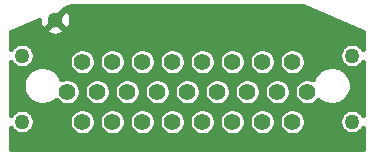
<source format=gbr>
%TF.GenerationSoftware,KiCad,Pcbnew,(5.1.10)-1*%
%TF.CreationDate,2021-10-08T16:04:22-07:00*%
%TF.ProjectId,Dsub_Bondpad_1Layer,44737562-5f42-46f6-9e64-7061645f314c,1*%
%TF.SameCoordinates,Original*%
%TF.FileFunction,Copper,L2,Bot*%
%TF.FilePolarity,Positive*%
%FSLAX46Y46*%
G04 Gerber Fmt 4.6, Leading zero omitted, Abs format (unit mm)*
G04 Created by KiCad (PCBNEW (5.1.10)-1) date 2021-10-08 16:04:22*
%MOMM*%
%LPD*%
G01*
G04 APERTURE LIST*
%TA.AperFunction,ComponentPad*%
%ADD10C,1.300000*%
%TD*%
%TA.AperFunction,ComponentPad*%
%ADD11C,1.397000*%
%TD*%
%TA.AperFunction,ViaPad*%
%ADD12C,1.270000*%
%TD*%
%TA.AperFunction,Conductor*%
%ADD13C,0.381000*%
%TD*%
%TA.AperFunction,Conductor*%
%ADD14C,0.100000*%
%TD*%
G04 APERTURE END LIST*
D10*
%TO.P,TP1,1*%
%TO.N,GND*%
X134874000Y-125476000D03*
%TD*%
D11*
%TO.P,J1,2*%
%TO.N,Net-(J1-Pad2)*%
X137160000Y-134112000D03*
%TO.P,J1,3*%
%TO.N,Net-(J1-Pad3)*%
X139700000Y-134112000D03*
%TO.P,J1,4*%
%TO.N,Net-(J1-Pad4)*%
X142240000Y-134112000D03*
%TO.P,J1,6*%
%TO.N,Net-(J1-Pad6)*%
X144780000Y-134112000D03*
%TO.P,J1,8*%
%TO.N,Net-(J1-Pad8)*%
X147320000Y-134112000D03*
%TO.P,J1,10*%
%TO.N,Net-(J1-Pad10)*%
X149860000Y-134112000D03*
%TO.P,J1,11*%
%TO.N,Net-(J1-Pad11)*%
X152400000Y-134112000D03*
%TO.P,J1,12*%
%TO.N,Net-(J1-Pad12)*%
X154940000Y-134112000D03*
%TO.P,J1,1*%
%TO.N,Net-(J1-Pad1)*%
X135890000Y-131572000D03*
%TO.P,J1,15*%
%TO.N,Net-(J1-Pad15)*%
X138430000Y-131572000D03*
%TO.P,J1,17*%
%TO.N,Net-(J1-Pad17)*%
X140970000Y-131572000D03*
%TO.P,J1,5*%
%TO.N,Net-(J1-Pad5)*%
X143510000Y-131572000D03*
%TO.P,J1,7*%
%TO.N,Net-(J1-Pad7)*%
X146050000Y-131572000D03*
%TO.P,J1,9*%
%TO.N,Net-(J1-Pad9)*%
X148590000Y-131572000D03*
%TO.P,J1,22*%
%TO.N,Net-(J1-Pad22)*%
X151130000Y-131572000D03*
%TO.P,J1,24*%
%TO.N,Net-(J1-Pad24)*%
X153670000Y-131572000D03*
%TO.P,J1,13*%
%TO.N,Net-(J1-Pad13)*%
X156210000Y-131572000D03*
%TO.P,J1,14*%
%TO.N,Net-(J1-Pad14)*%
X137160000Y-129032000D03*
%TO.P,J1,16*%
%TO.N,Net-(J1-Pad16)*%
X139700000Y-129032000D03*
%TO.P,J1,18*%
%TO.N,Net-(J1-Pad18)*%
X142240000Y-129032000D03*
%TO.P,J1,19*%
%TO.N,Net-(J1-Pad19)*%
X144780000Y-129032000D03*
%TO.P,J1,20*%
%TO.N,Net-(J1-Pad20)*%
X147320000Y-129032000D03*
%TO.P,J1,21*%
%TO.N,Net-(J1-Pad21)*%
X149860000Y-129032000D03*
%TO.P,J1,23*%
%TO.N,Net-(J1-Pad23)*%
X152400000Y-129032000D03*
%TO.P,J1,25*%
%TO.N,Net-(J1-Pad25)*%
X154940000Y-129032000D03*
%TD*%
D12*
%TO.N,*%
X132080000Y-134112000D03*
X160020000Y-134112000D03*
X160020000Y-128524000D03*
X132080000Y-128524000D03*
%TD*%
D13*
%TO.N,GND*%
X160947500Y-126543837D02*
X160947500Y-127969054D01*
X160858502Y-127835859D01*
X160708141Y-127685498D01*
X160531335Y-127567360D01*
X160334878Y-127485985D01*
X160126321Y-127444500D01*
X159913679Y-127444500D01*
X159705122Y-127485985D01*
X159508665Y-127567360D01*
X159331859Y-127685498D01*
X159181498Y-127835859D01*
X159063360Y-128012665D01*
X158981985Y-128209122D01*
X158940500Y-128417679D01*
X158940500Y-128630321D01*
X158981985Y-128838878D01*
X159063360Y-129035335D01*
X159181498Y-129212141D01*
X159331859Y-129362502D01*
X159508665Y-129480640D01*
X159705122Y-129562015D01*
X159913679Y-129603500D01*
X160126321Y-129603500D01*
X160334878Y-129562015D01*
X160531335Y-129480640D01*
X160708141Y-129362502D01*
X160858502Y-129212141D01*
X160947500Y-129078946D01*
X160947501Y-133557055D01*
X160858502Y-133423859D01*
X160708141Y-133273498D01*
X160531335Y-133155360D01*
X160334878Y-133073985D01*
X160126321Y-133032500D01*
X159913679Y-133032500D01*
X159705122Y-133073985D01*
X159508665Y-133155360D01*
X159331859Y-133273498D01*
X159181498Y-133423859D01*
X159063360Y-133600665D01*
X158981985Y-133797122D01*
X158940500Y-134005679D01*
X158940500Y-134218321D01*
X158981985Y-134426878D01*
X159063360Y-134623335D01*
X159181498Y-134800141D01*
X159331859Y-134950502D01*
X159508665Y-135068640D01*
X159705122Y-135150015D01*
X159913679Y-135191500D01*
X160126321Y-135191500D01*
X160334878Y-135150015D01*
X160531335Y-135068640D01*
X160708141Y-134950502D01*
X160858502Y-134800141D01*
X160947501Y-134666945D01*
X160947501Y-136436500D01*
X131152500Y-136436500D01*
X131152500Y-134666946D01*
X131241498Y-134800141D01*
X131391859Y-134950502D01*
X131568665Y-135068640D01*
X131765122Y-135150015D01*
X131973679Y-135191500D01*
X132186321Y-135191500D01*
X132394878Y-135150015D01*
X132591335Y-135068640D01*
X132768141Y-134950502D01*
X132918502Y-134800141D01*
X133036640Y-134623335D01*
X133118015Y-134426878D01*
X133159500Y-134218321D01*
X133159500Y-134005679D01*
X133158256Y-133999424D01*
X136017000Y-133999424D01*
X136017000Y-134224576D01*
X136060925Y-134445401D01*
X136147087Y-134653413D01*
X136272174Y-134840620D01*
X136431380Y-134999826D01*
X136618587Y-135124913D01*
X136826599Y-135211075D01*
X137047424Y-135255000D01*
X137272576Y-135255000D01*
X137493401Y-135211075D01*
X137701413Y-135124913D01*
X137888620Y-134999826D01*
X138047826Y-134840620D01*
X138172913Y-134653413D01*
X138259075Y-134445401D01*
X138303000Y-134224576D01*
X138303000Y-133999424D01*
X138557000Y-133999424D01*
X138557000Y-134224576D01*
X138600925Y-134445401D01*
X138687087Y-134653413D01*
X138812174Y-134840620D01*
X138971380Y-134999826D01*
X139158587Y-135124913D01*
X139366599Y-135211075D01*
X139587424Y-135255000D01*
X139812576Y-135255000D01*
X140033401Y-135211075D01*
X140241413Y-135124913D01*
X140428620Y-134999826D01*
X140587826Y-134840620D01*
X140712913Y-134653413D01*
X140799075Y-134445401D01*
X140843000Y-134224576D01*
X140843000Y-133999424D01*
X141097000Y-133999424D01*
X141097000Y-134224576D01*
X141140925Y-134445401D01*
X141227087Y-134653413D01*
X141352174Y-134840620D01*
X141511380Y-134999826D01*
X141698587Y-135124913D01*
X141906599Y-135211075D01*
X142127424Y-135255000D01*
X142352576Y-135255000D01*
X142573401Y-135211075D01*
X142781413Y-135124913D01*
X142968620Y-134999826D01*
X143127826Y-134840620D01*
X143252913Y-134653413D01*
X143339075Y-134445401D01*
X143383000Y-134224576D01*
X143383000Y-133999424D01*
X143637000Y-133999424D01*
X143637000Y-134224576D01*
X143680925Y-134445401D01*
X143767087Y-134653413D01*
X143892174Y-134840620D01*
X144051380Y-134999826D01*
X144238587Y-135124913D01*
X144446599Y-135211075D01*
X144667424Y-135255000D01*
X144892576Y-135255000D01*
X145113401Y-135211075D01*
X145321413Y-135124913D01*
X145508620Y-134999826D01*
X145667826Y-134840620D01*
X145792913Y-134653413D01*
X145879075Y-134445401D01*
X145923000Y-134224576D01*
X145923000Y-133999424D01*
X146177000Y-133999424D01*
X146177000Y-134224576D01*
X146220925Y-134445401D01*
X146307087Y-134653413D01*
X146432174Y-134840620D01*
X146591380Y-134999826D01*
X146778587Y-135124913D01*
X146986599Y-135211075D01*
X147207424Y-135255000D01*
X147432576Y-135255000D01*
X147653401Y-135211075D01*
X147861413Y-135124913D01*
X148048620Y-134999826D01*
X148207826Y-134840620D01*
X148332913Y-134653413D01*
X148419075Y-134445401D01*
X148463000Y-134224576D01*
X148463000Y-133999424D01*
X148717000Y-133999424D01*
X148717000Y-134224576D01*
X148760925Y-134445401D01*
X148847087Y-134653413D01*
X148972174Y-134840620D01*
X149131380Y-134999826D01*
X149318587Y-135124913D01*
X149526599Y-135211075D01*
X149747424Y-135255000D01*
X149972576Y-135255000D01*
X150193401Y-135211075D01*
X150401413Y-135124913D01*
X150588620Y-134999826D01*
X150747826Y-134840620D01*
X150872913Y-134653413D01*
X150959075Y-134445401D01*
X151003000Y-134224576D01*
X151003000Y-133999424D01*
X151257000Y-133999424D01*
X151257000Y-134224576D01*
X151300925Y-134445401D01*
X151387087Y-134653413D01*
X151512174Y-134840620D01*
X151671380Y-134999826D01*
X151858587Y-135124913D01*
X152066599Y-135211075D01*
X152287424Y-135255000D01*
X152512576Y-135255000D01*
X152733401Y-135211075D01*
X152941413Y-135124913D01*
X153128620Y-134999826D01*
X153287826Y-134840620D01*
X153412913Y-134653413D01*
X153499075Y-134445401D01*
X153543000Y-134224576D01*
X153543000Y-133999424D01*
X153797000Y-133999424D01*
X153797000Y-134224576D01*
X153840925Y-134445401D01*
X153927087Y-134653413D01*
X154052174Y-134840620D01*
X154211380Y-134999826D01*
X154398587Y-135124913D01*
X154606599Y-135211075D01*
X154827424Y-135255000D01*
X155052576Y-135255000D01*
X155273401Y-135211075D01*
X155481413Y-135124913D01*
X155668620Y-134999826D01*
X155827826Y-134840620D01*
X155952913Y-134653413D01*
X156039075Y-134445401D01*
X156083000Y-134224576D01*
X156083000Y-133999424D01*
X156039075Y-133778599D01*
X155952913Y-133570587D01*
X155827826Y-133383380D01*
X155668620Y-133224174D01*
X155481413Y-133099087D01*
X155273401Y-133012925D01*
X155052576Y-132969000D01*
X154827424Y-132969000D01*
X154606599Y-133012925D01*
X154398587Y-133099087D01*
X154211380Y-133224174D01*
X154052174Y-133383380D01*
X153927087Y-133570587D01*
X153840925Y-133778599D01*
X153797000Y-133999424D01*
X153543000Y-133999424D01*
X153499075Y-133778599D01*
X153412913Y-133570587D01*
X153287826Y-133383380D01*
X153128620Y-133224174D01*
X152941413Y-133099087D01*
X152733401Y-133012925D01*
X152512576Y-132969000D01*
X152287424Y-132969000D01*
X152066599Y-133012925D01*
X151858587Y-133099087D01*
X151671380Y-133224174D01*
X151512174Y-133383380D01*
X151387087Y-133570587D01*
X151300925Y-133778599D01*
X151257000Y-133999424D01*
X151003000Y-133999424D01*
X150959075Y-133778599D01*
X150872913Y-133570587D01*
X150747826Y-133383380D01*
X150588620Y-133224174D01*
X150401413Y-133099087D01*
X150193401Y-133012925D01*
X149972576Y-132969000D01*
X149747424Y-132969000D01*
X149526599Y-133012925D01*
X149318587Y-133099087D01*
X149131380Y-133224174D01*
X148972174Y-133383380D01*
X148847087Y-133570587D01*
X148760925Y-133778599D01*
X148717000Y-133999424D01*
X148463000Y-133999424D01*
X148419075Y-133778599D01*
X148332913Y-133570587D01*
X148207826Y-133383380D01*
X148048620Y-133224174D01*
X147861413Y-133099087D01*
X147653401Y-133012925D01*
X147432576Y-132969000D01*
X147207424Y-132969000D01*
X146986599Y-133012925D01*
X146778587Y-133099087D01*
X146591380Y-133224174D01*
X146432174Y-133383380D01*
X146307087Y-133570587D01*
X146220925Y-133778599D01*
X146177000Y-133999424D01*
X145923000Y-133999424D01*
X145879075Y-133778599D01*
X145792913Y-133570587D01*
X145667826Y-133383380D01*
X145508620Y-133224174D01*
X145321413Y-133099087D01*
X145113401Y-133012925D01*
X144892576Y-132969000D01*
X144667424Y-132969000D01*
X144446599Y-133012925D01*
X144238587Y-133099087D01*
X144051380Y-133224174D01*
X143892174Y-133383380D01*
X143767087Y-133570587D01*
X143680925Y-133778599D01*
X143637000Y-133999424D01*
X143383000Y-133999424D01*
X143339075Y-133778599D01*
X143252913Y-133570587D01*
X143127826Y-133383380D01*
X142968620Y-133224174D01*
X142781413Y-133099087D01*
X142573401Y-133012925D01*
X142352576Y-132969000D01*
X142127424Y-132969000D01*
X141906599Y-133012925D01*
X141698587Y-133099087D01*
X141511380Y-133224174D01*
X141352174Y-133383380D01*
X141227087Y-133570587D01*
X141140925Y-133778599D01*
X141097000Y-133999424D01*
X140843000Y-133999424D01*
X140799075Y-133778599D01*
X140712913Y-133570587D01*
X140587826Y-133383380D01*
X140428620Y-133224174D01*
X140241413Y-133099087D01*
X140033401Y-133012925D01*
X139812576Y-132969000D01*
X139587424Y-132969000D01*
X139366599Y-133012925D01*
X139158587Y-133099087D01*
X138971380Y-133224174D01*
X138812174Y-133383380D01*
X138687087Y-133570587D01*
X138600925Y-133778599D01*
X138557000Y-133999424D01*
X138303000Y-133999424D01*
X138259075Y-133778599D01*
X138172913Y-133570587D01*
X138047826Y-133383380D01*
X137888620Y-133224174D01*
X137701413Y-133099087D01*
X137493401Y-133012925D01*
X137272576Y-132969000D01*
X137047424Y-132969000D01*
X136826599Y-133012925D01*
X136618587Y-133099087D01*
X136431380Y-133224174D01*
X136272174Y-133383380D01*
X136147087Y-133570587D01*
X136060925Y-133778599D01*
X136017000Y-133999424D01*
X133158256Y-133999424D01*
X133118015Y-133797122D01*
X133036640Y-133600665D01*
X132918502Y-133423859D01*
X132768141Y-133273498D01*
X132591335Y-133155360D01*
X132394878Y-133073985D01*
X132186321Y-133032500D01*
X131973679Y-133032500D01*
X131765122Y-133073985D01*
X131568665Y-133155360D01*
X131391859Y-133273498D01*
X131241498Y-133423859D01*
X131152500Y-133557054D01*
X131152500Y-130900140D01*
X132130800Y-130900140D01*
X132130800Y-131227860D01*
X132194735Y-131549283D01*
X132320148Y-131852057D01*
X132502220Y-132124547D01*
X132733953Y-132356280D01*
X133006443Y-132538352D01*
X133309217Y-132663765D01*
X133630640Y-132727700D01*
X133958360Y-132727700D01*
X134279783Y-132663765D01*
X134582557Y-132538352D01*
X134855047Y-132356280D01*
X134965538Y-132245789D01*
X135002174Y-132300620D01*
X135161380Y-132459826D01*
X135348587Y-132584913D01*
X135556599Y-132671075D01*
X135777424Y-132715000D01*
X136002576Y-132715000D01*
X136223401Y-132671075D01*
X136431413Y-132584913D01*
X136618620Y-132459826D01*
X136777826Y-132300620D01*
X136902913Y-132113413D01*
X136989075Y-131905401D01*
X137033000Y-131684576D01*
X137033000Y-131459424D01*
X137287000Y-131459424D01*
X137287000Y-131684576D01*
X137330925Y-131905401D01*
X137417087Y-132113413D01*
X137542174Y-132300620D01*
X137701380Y-132459826D01*
X137888587Y-132584913D01*
X138096599Y-132671075D01*
X138317424Y-132715000D01*
X138542576Y-132715000D01*
X138763401Y-132671075D01*
X138971413Y-132584913D01*
X139158620Y-132459826D01*
X139317826Y-132300620D01*
X139442913Y-132113413D01*
X139529075Y-131905401D01*
X139573000Y-131684576D01*
X139573000Y-131459424D01*
X139827000Y-131459424D01*
X139827000Y-131684576D01*
X139870925Y-131905401D01*
X139957087Y-132113413D01*
X140082174Y-132300620D01*
X140241380Y-132459826D01*
X140428587Y-132584913D01*
X140636599Y-132671075D01*
X140857424Y-132715000D01*
X141082576Y-132715000D01*
X141303401Y-132671075D01*
X141511413Y-132584913D01*
X141698620Y-132459826D01*
X141857826Y-132300620D01*
X141982913Y-132113413D01*
X142069075Y-131905401D01*
X142113000Y-131684576D01*
X142113000Y-131459424D01*
X142367000Y-131459424D01*
X142367000Y-131684576D01*
X142410925Y-131905401D01*
X142497087Y-132113413D01*
X142622174Y-132300620D01*
X142781380Y-132459826D01*
X142968587Y-132584913D01*
X143176599Y-132671075D01*
X143397424Y-132715000D01*
X143622576Y-132715000D01*
X143843401Y-132671075D01*
X144051413Y-132584913D01*
X144238620Y-132459826D01*
X144397826Y-132300620D01*
X144522913Y-132113413D01*
X144609075Y-131905401D01*
X144653000Y-131684576D01*
X144653000Y-131459424D01*
X144907000Y-131459424D01*
X144907000Y-131684576D01*
X144950925Y-131905401D01*
X145037087Y-132113413D01*
X145162174Y-132300620D01*
X145321380Y-132459826D01*
X145508587Y-132584913D01*
X145716599Y-132671075D01*
X145937424Y-132715000D01*
X146162576Y-132715000D01*
X146383401Y-132671075D01*
X146591413Y-132584913D01*
X146778620Y-132459826D01*
X146937826Y-132300620D01*
X147062913Y-132113413D01*
X147149075Y-131905401D01*
X147193000Y-131684576D01*
X147193000Y-131459424D01*
X147447000Y-131459424D01*
X147447000Y-131684576D01*
X147490925Y-131905401D01*
X147577087Y-132113413D01*
X147702174Y-132300620D01*
X147861380Y-132459826D01*
X148048587Y-132584913D01*
X148256599Y-132671075D01*
X148477424Y-132715000D01*
X148702576Y-132715000D01*
X148923401Y-132671075D01*
X149131413Y-132584913D01*
X149318620Y-132459826D01*
X149477826Y-132300620D01*
X149602913Y-132113413D01*
X149689075Y-131905401D01*
X149733000Y-131684576D01*
X149733000Y-131459424D01*
X149987000Y-131459424D01*
X149987000Y-131684576D01*
X150030925Y-131905401D01*
X150117087Y-132113413D01*
X150242174Y-132300620D01*
X150401380Y-132459826D01*
X150588587Y-132584913D01*
X150796599Y-132671075D01*
X151017424Y-132715000D01*
X151242576Y-132715000D01*
X151463401Y-132671075D01*
X151671413Y-132584913D01*
X151858620Y-132459826D01*
X152017826Y-132300620D01*
X152142913Y-132113413D01*
X152229075Y-131905401D01*
X152273000Y-131684576D01*
X152273000Y-131459424D01*
X152527000Y-131459424D01*
X152527000Y-131684576D01*
X152570925Y-131905401D01*
X152657087Y-132113413D01*
X152782174Y-132300620D01*
X152941380Y-132459826D01*
X153128587Y-132584913D01*
X153336599Y-132671075D01*
X153557424Y-132715000D01*
X153782576Y-132715000D01*
X154003401Y-132671075D01*
X154211413Y-132584913D01*
X154398620Y-132459826D01*
X154557826Y-132300620D01*
X154682913Y-132113413D01*
X154769075Y-131905401D01*
X154813000Y-131684576D01*
X154813000Y-131459424D01*
X155067000Y-131459424D01*
X155067000Y-131684576D01*
X155110925Y-131905401D01*
X155197087Y-132113413D01*
X155322174Y-132300620D01*
X155481380Y-132459826D01*
X155668587Y-132584913D01*
X155876599Y-132671075D01*
X156097424Y-132715000D01*
X156322576Y-132715000D01*
X156543401Y-132671075D01*
X156751413Y-132584913D01*
X156938620Y-132459826D01*
X157097826Y-132300620D01*
X157134462Y-132245789D01*
X157244953Y-132356280D01*
X157517443Y-132538352D01*
X157820217Y-132663765D01*
X158141640Y-132727700D01*
X158469360Y-132727700D01*
X158790783Y-132663765D01*
X159093557Y-132538352D01*
X159366047Y-132356280D01*
X159597780Y-132124547D01*
X159779852Y-131852057D01*
X159905265Y-131549283D01*
X159969200Y-131227860D01*
X159969200Y-130900140D01*
X159905265Y-130578717D01*
X159779852Y-130275943D01*
X159597780Y-130003453D01*
X159366047Y-129771720D01*
X159093557Y-129589648D01*
X158790783Y-129464235D01*
X158469360Y-129400300D01*
X158141640Y-129400300D01*
X157820217Y-129464235D01*
X157517443Y-129589648D01*
X157244953Y-129771720D01*
X157013220Y-130003453D01*
X156831148Y-130275943D01*
X156719365Y-130545812D01*
X156543401Y-130472925D01*
X156322576Y-130429000D01*
X156097424Y-130429000D01*
X155876599Y-130472925D01*
X155668587Y-130559087D01*
X155481380Y-130684174D01*
X155322174Y-130843380D01*
X155197087Y-131030587D01*
X155110925Y-131238599D01*
X155067000Y-131459424D01*
X154813000Y-131459424D01*
X154769075Y-131238599D01*
X154682913Y-131030587D01*
X154557826Y-130843380D01*
X154398620Y-130684174D01*
X154211413Y-130559087D01*
X154003401Y-130472925D01*
X153782576Y-130429000D01*
X153557424Y-130429000D01*
X153336599Y-130472925D01*
X153128587Y-130559087D01*
X152941380Y-130684174D01*
X152782174Y-130843380D01*
X152657087Y-131030587D01*
X152570925Y-131238599D01*
X152527000Y-131459424D01*
X152273000Y-131459424D01*
X152229075Y-131238599D01*
X152142913Y-131030587D01*
X152017826Y-130843380D01*
X151858620Y-130684174D01*
X151671413Y-130559087D01*
X151463401Y-130472925D01*
X151242576Y-130429000D01*
X151017424Y-130429000D01*
X150796599Y-130472925D01*
X150588587Y-130559087D01*
X150401380Y-130684174D01*
X150242174Y-130843380D01*
X150117087Y-131030587D01*
X150030925Y-131238599D01*
X149987000Y-131459424D01*
X149733000Y-131459424D01*
X149689075Y-131238599D01*
X149602913Y-131030587D01*
X149477826Y-130843380D01*
X149318620Y-130684174D01*
X149131413Y-130559087D01*
X148923401Y-130472925D01*
X148702576Y-130429000D01*
X148477424Y-130429000D01*
X148256599Y-130472925D01*
X148048587Y-130559087D01*
X147861380Y-130684174D01*
X147702174Y-130843380D01*
X147577087Y-131030587D01*
X147490925Y-131238599D01*
X147447000Y-131459424D01*
X147193000Y-131459424D01*
X147149075Y-131238599D01*
X147062913Y-131030587D01*
X146937826Y-130843380D01*
X146778620Y-130684174D01*
X146591413Y-130559087D01*
X146383401Y-130472925D01*
X146162576Y-130429000D01*
X145937424Y-130429000D01*
X145716599Y-130472925D01*
X145508587Y-130559087D01*
X145321380Y-130684174D01*
X145162174Y-130843380D01*
X145037087Y-131030587D01*
X144950925Y-131238599D01*
X144907000Y-131459424D01*
X144653000Y-131459424D01*
X144609075Y-131238599D01*
X144522913Y-131030587D01*
X144397826Y-130843380D01*
X144238620Y-130684174D01*
X144051413Y-130559087D01*
X143843401Y-130472925D01*
X143622576Y-130429000D01*
X143397424Y-130429000D01*
X143176599Y-130472925D01*
X142968587Y-130559087D01*
X142781380Y-130684174D01*
X142622174Y-130843380D01*
X142497087Y-131030587D01*
X142410925Y-131238599D01*
X142367000Y-131459424D01*
X142113000Y-131459424D01*
X142069075Y-131238599D01*
X141982913Y-131030587D01*
X141857826Y-130843380D01*
X141698620Y-130684174D01*
X141511413Y-130559087D01*
X141303401Y-130472925D01*
X141082576Y-130429000D01*
X140857424Y-130429000D01*
X140636599Y-130472925D01*
X140428587Y-130559087D01*
X140241380Y-130684174D01*
X140082174Y-130843380D01*
X139957087Y-131030587D01*
X139870925Y-131238599D01*
X139827000Y-131459424D01*
X139573000Y-131459424D01*
X139529075Y-131238599D01*
X139442913Y-131030587D01*
X139317826Y-130843380D01*
X139158620Y-130684174D01*
X138971413Y-130559087D01*
X138763401Y-130472925D01*
X138542576Y-130429000D01*
X138317424Y-130429000D01*
X138096599Y-130472925D01*
X137888587Y-130559087D01*
X137701380Y-130684174D01*
X137542174Y-130843380D01*
X137417087Y-131030587D01*
X137330925Y-131238599D01*
X137287000Y-131459424D01*
X137033000Y-131459424D01*
X136989075Y-131238599D01*
X136902913Y-131030587D01*
X136777826Y-130843380D01*
X136618620Y-130684174D01*
X136431413Y-130559087D01*
X136223401Y-130472925D01*
X136002576Y-130429000D01*
X135777424Y-130429000D01*
X135556599Y-130472925D01*
X135380635Y-130545812D01*
X135268852Y-130275943D01*
X135086780Y-130003453D01*
X134855047Y-129771720D01*
X134582557Y-129589648D01*
X134279783Y-129464235D01*
X133958360Y-129400300D01*
X133630640Y-129400300D01*
X133309217Y-129464235D01*
X133006443Y-129589648D01*
X132733953Y-129771720D01*
X132502220Y-130003453D01*
X132320148Y-130275943D01*
X132194735Y-130578717D01*
X132130800Y-130900140D01*
X131152500Y-130900140D01*
X131152500Y-129078946D01*
X131241498Y-129212141D01*
X131391859Y-129362502D01*
X131568665Y-129480640D01*
X131765122Y-129562015D01*
X131973679Y-129603500D01*
X132186321Y-129603500D01*
X132394878Y-129562015D01*
X132591335Y-129480640D01*
X132768141Y-129362502D01*
X132918502Y-129212141D01*
X133036640Y-129035335D01*
X133084651Y-128919424D01*
X136017000Y-128919424D01*
X136017000Y-129144576D01*
X136060925Y-129365401D01*
X136147087Y-129573413D01*
X136272174Y-129760620D01*
X136431380Y-129919826D01*
X136618587Y-130044913D01*
X136826599Y-130131075D01*
X137047424Y-130175000D01*
X137272576Y-130175000D01*
X137493401Y-130131075D01*
X137701413Y-130044913D01*
X137888620Y-129919826D01*
X138047826Y-129760620D01*
X138172913Y-129573413D01*
X138259075Y-129365401D01*
X138303000Y-129144576D01*
X138303000Y-128919424D01*
X138557000Y-128919424D01*
X138557000Y-129144576D01*
X138600925Y-129365401D01*
X138687087Y-129573413D01*
X138812174Y-129760620D01*
X138971380Y-129919826D01*
X139158587Y-130044913D01*
X139366599Y-130131075D01*
X139587424Y-130175000D01*
X139812576Y-130175000D01*
X140033401Y-130131075D01*
X140241413Y-130044913D01*
X140428620Y-129919826D01*
X140587826Y-129760620D01*
X140712913Y-129573413D01*
X140799075Y-129365401D01*
X140843000Y-129144576D01*
X140843000Y-128919424D01*
X141097000Y-128919424D01*
X141097000Y-129144576D01*
X141140925Y-129365401D01*
X141227087Y-129573413D01*
X141352174Y-129760620D01*
X141511380Y-129919826D01*
X141698587Y-130044913D01*
X141906599Y-130131075D01*
X142127424Y-130175000D01*
X142352576Y-130175000D01*
X142573401Y-130131075D01*
X142781413Y-130044913D01*
X142968620Y-129919826D01*
X143127826Y-129760620D01*
X143252913Y-129573413D01*
X143339075Y-129365401D01*
X143383000Y-129144576D01*
X143383000Y-128919424D01*
X143637000Y-128919424D01*
X143637000Y-129144576D01*
X143680925Y-129365401D01*
X143767087Y-129573413D01*
X143892174Y-129760620D01*
X144051380Y-129919826D01*
X144238587Y-130044913D01*
X144446599Y-130131075D01*
X144667424Y-130175000D01*
X144892576Y-130175000D01*
X145113401Y-130131075D01*
X145321413Y-130044913D01*
X145508620Y-129919826D01*
X145667826Y-129760620D01*
X145792913Y-129573413D01*
X145879075Y-129365401D01*
X145923000Y-129144576D01*
X145923000Y-128919424D01*
X146177000Y-128919424D01*
X146177000Y-129144576D01*
X146220925Y-129365401D01*
X146307087Y-129573413D01*
X146432174Y-129760620D01*
X146591380Y-129919826D01*
X146778587Y-130044913D01*
X146986599Y-130131075D01*
X147207424Y-130175000D01*
X147432576Y-130175000D01*
X147653401Y-130131075D01*
X147861413Y-130044913D01*
X148048620Y-129919826D01*
X148207826Y-129760620D01*
X148332913Y-129573413D01*
X148419075Y-129365401D01*
X148463000Y-129144576D01*
X148463000Y-128919424D01*
X148717000Y-128919424D01*
X148717000Y-129144576D01*
X148760925Y-129365401D01*
X148847087Y-129573413D01*
X148972174Y-129760620D01*
X149131380Y-129919826D01*
X149318587Y-130044913D01*
X149526599Y-130131075D01*
X149747424Y-130175000D01*
X149972576Y-130175000D01*
X150193401Y-130131075D01*
X150401413Y-130044913D01*
X150588620Y-129919826D01*
X150747826Y-129760620D01*
X150872913Y-129573413D01*
X150959075Y-129365401D01*
X151003000Y-129144576D01*
X151003000Y-128919424D01*
X151257000Y-128919424D01*
X151257000Y-129144576D01*
X151300925Y-129365401D01*
X151387087Y-129573413D01*
X151512174Y-129760620D01*
X151671380Y-129919826D01*
X151858587Y-130044913D01*
X152066599Y-130131075D01*
X152287424Y-130175000D01*
X152512576Y-130175000D01*
X152733401Y-130131075D01*
X152941413Y-130044913D01*
X153128620Y-129919826D01*
X153287826Y-129760620D01*
X153412913Y-129573413D01*
X153499075Y-129365401D01*
X153543000Y-129144576D01*
X153543000Y-128919424D01*
X153797000Y-128919424D01*
X153797000Y-129144576D01*
X153840925Y-129365401D01*
X153927087Y-129573413D01*
X154052174Y-129760620D01*
X154211380Y-129919826D01*
X154398587Y-130044913D01*
X154606599Y-130131075D01*
X154827424Y-130175000D01*
X155052576Y-130175000D01*
X155273401Y-130131075D01*
X155481413Y-130044913D01*
X155668620Y-129919826D01*
X155827826Y-129760620D01*
X155952913Y-129573413D01*
X156039075Y-129365401D01*
X156083000Y-129144576D01*
X156083000Y-128919424D01*
X156039075Y-128698599D01*
X155952913Y-128490587D01*
X155827826Y-128303380D01*
X155668620Y-128144174D01*
X155481413Y-128019087D01*
X155273401Y-127932925D01*
X155052576Y-127889000D01*
X154827424Y-127889000D01*
X154606599Y-127932925D01*
X154398587Y-128019087D01*
X154211380Y-128144174D01*
X154052174Y-128303380D01*
X153927087Y-128490587D01*
X153840925Y-128698599D01*
X153797000Y-128919424D01*
X153543000Y-128919424D01*
X153499075Y-128698599D01*
X153412913Y-128490587D01*
X153287826Y-128303380D01*
X153128620Y-128144174D01*
X152941413Y-128019087D01*
X152733401Y-127932925D01*
X152512576Y-127889000D01*
X152287424Y-127889000D01*
X152066599Y-127932925D01*
X151858587Y-128019087D01*
X151671380Y-128144174D01*
X151512174Y-128303380D01*
X151387087Y-128490587D01*
X151300925Y-128698599D01*
X151257000Y-128919424D01*
X151003000Y-128919424D01*
X150959075Y-128698599D01*
X150872913Y-128490587D01*
X150747826Y-128303380D01*
X150588620Y-128144174D01*
X150401413Y-128019087D01*
X150193401Y-127932925D01*
X149972576Y-127889000D01*
X149747424Y-127889000D01*
X149526599Y-127932925D01*
X149318587Y-128019087D01*
X149131380Y-128144174D01*
X148972174Y-128303380D01*
X148847087Y-128490587D01*
X148760925Y-128698599D01*
X148717000Y-128919424D01*
X148463000Y-128919424D01*
X148419075Y-128698599D01*
X148332913Y-128490587D01*
X148207826Y-128303380D01*
X148048620Y-128144174D01*
X147861413Y-128019087D01*
X147653401Y-127932925D01*
X147432576Y-127889000D01*
X147207424Y-127889000D01*
X146986599Y-127932925D01*
X146778587Y-128019087D01*
X146591380Y-128144174D01*
X146432174Y-128303380D01*
X146307087Y-128490587D01*
X146220925Y-128698599D01*
X146177000Y-128919424D01*
X145923000Y-128919424D01*
X145879075Y-128698599D01*
X145792913Y-128490587D01*
X145667826Y-128303380D01*
X145508620Y-128144174D01*
X145321413Y-128019087D01*
X145113401Y-127932925D01*
X144892576Y-127889000D01*
X144667424Y-127889000D01*
X144446599Y-127932925D01*
X144238587Y-128019087D01*
X144051380Y-128144174D01*
X143892174Y-128303380D01*
X143767087Y-128490587D01*
X143680925Y-128698599D01*
X143637000Y-128919424D01*
X143383000Y-128919424D01*
X143339075Y-128698599D01*
X143252913Y-128490587D01*
X143127826Y-128303380D01*
X142968620Y-128144174D01*
X142781413Y-128019087D01*
X142573401Y-127932925D01*
X142352576Y-127889000D01*
X142127424Y-127889000D01*
X141906599Y-127932925D01*
X141698587Y-128019087D01*
X141511380Y-128144174D01*
X141352174Y-128303380D01*
X141227087Y-128490587D01*
X141140925Y-128698599D01*
X141097000Y-128919424D01*
X140843000Y-128919424D01*
X140799075Y-128698599D01*
X140712913Y-128490587D01*
X140587826Y-128303380D01*
X140428620Y-128144174D01*
X140241413Y-128019087D01*
X140033401Y-127932925D01*
X139812576Y-127889000D01*
X139587424Y-127889000D01*
X139366599Y-127932925D01*
X139158587Y-128019087D01*
X138971380Y-128144174D01*
X138812174Y-128303380D01*
X138687087Y-128490587D01*
X138600925Y-128698599D01*
X138557000Y-128919424D01*
X138303000Y-128919424D01*
X138259075Y-128698599D01*
X138172913Y-128490587D01*
X138047826Y-128303380D01*
X137888620Y-128144174D01*
X137701413Y-128019087D01*
X137493401Y-127932925D01*
X137272576Y-127889000D01*
X137047424Y-127889000D01*
X136826599Y-127932925D01*
X136618587Y-128019087D01*
X136431380Y-128144174D01*
X136272174Y-128303380D01*
X136147087Y-128490587D01*
X136060925Y-128698599D01*
X136017000Y-128919424D01*
X133084651Y-128919424D01*
X133118015Y-128838878D01*
X133159500Y-128630321D01*
X133159500Y-128417679D01*
X133118015Y-128209122D01*
X133036640Y-128012665D01*
X132918502Y-127835859D01*
X132768141Y-127685498D01*
X132591335Y-127567360D01*
X132394878Y-127485985D01*
X132186321Y-127444500D01*
X131973679Y-127444500D01*
X131765122Y-127485985D01*
X131568665Y-127567360D01*
X131391859Y-127685498D01*
X131241498Y-127835859D01*
X131152500Y-127969054D01*
X131152500Y-126543837D01*
X131581311Y-126354362D01*
X134085441Y-126354362D01*
X134129784Y-126608358D01*
X134364996Y-126731789D01*
X134619769Y-126806961D01*
X134884311Y-126830985D01*
X135148457Y-126802937D01*
X135402056Y-126723896D01*
X135618216Y-126608358D01*
X135662559Y-126354362D01*
X134874000Y-125565803D01*
X134085441Y-126354362D01*
X131581311Y-126354362D01*
X133520218Y-125497636D01*
X133547063Y-125750457D01*
X133626104Y-126004056D01*
X133741642Y-126220216D01*
X133995638Y-126264559D01*
X134784197Y-125476000D01*
X134963803Y-125476000D01*
X135752362Y-126264559D01*
X136006358Y-126220216D01*
X136129789Y-125985004D01*
X136204961Y-125730231D01*
X136228985Y-125465689D01*
X136200937Y-125201543D01*
X136121896Y-124947944D01*
X136006358Y-124731784D01*
X135752362Y-124687441D01*
X134963803Y-125476000D01*
X134784197Y-125476000D01*
X134770055Y-125461858D01*
X134859858Y-125372055D01*
X134874000Y-125386197D01*
X135662559Y-124597638D01*
X135655003Y-124554359D01*
X136243106Y-124294500D01*
X155856896Y-124294500D01*
X160947500Y-126543837D01*
%TA.AperFunction,Conductor*%
D14*
G36*
X160947500Y-126543837D02*
G01*
X160947500Y-127969054D01*
X160858502Y-127835859D01*
X160708141Y-127685498D01*
X160531335Y-127567360D01*
X160334878Y-127485985D01*
X160126321Y-127444500D01*
X159913679Y-127444500D01*
X159705122Y-127485985D01*
X159508665Y-127567360D01*
X159331859Y-127685498D01*
X159181498Y-127835859D01*
X159063360Y-128012665D01*
X158981985Y-128209122D01*
X158940500Y-128417679D01*
X158940500Y-128630321D01*
X158981985Y-128838878D01*
X159063360Y-129035335D01*
X159181498Y-129212141D01*
X159331859Y-129362502D01*
X159508665Y-129480640D01*
X159705122Y-129562015D01*
X159913679Y-129603500D01*
X160126321Y-129603500D01*
X160334878Y-129562015D01*
X160531335Y-129480640D01*
X160708141Y-129362502D01*
X160858502Y-129212141D01*
X160947500Y-129078946D01*
X160947501Y-133557055D01*
X160858502Y-133423859D01*
X160708141Y-133273498D01*
X160531335Y-133155360D01*
X160334878Y-133073985D01*
X160126321Y-133032500D01*
X159913679Y-133032500D01*
X159705122Y-133073985D01*
X159508665Y-133155360D01*
X159331859Y-133273498D01*
X159181498Y-133423859D01*
X159063360Y-133600665D01*
X158981985Y-133797122D01*
X158940500Y-134005679D01*
X158940500Y-134218321D01*
X158981985Y-134426878D01*
X159063360Y-134623335D01*
X159181498Y-134800141D01*
X159331859Y-134950502D01*
X159508665Y-135068640D01*
X159705122Y-135150015D01*
X159913679Y-135191500D01*
X160126321Y-135191500D01*
X160334878Y-135150015D01*
X160531335Y-135068640D01*
X160708141Y-134950502D01*
X160858502Y-134800141D01*
X160947501Y-134666945D01*
X160947501Y-136436500D01*
X131152500Y-136436500D01*
X131152500Y-134666946D01*
X131241498Y-134800141D01*
X131391859Y-134950502D01*
X131568665Y-135068640D01*
X131765122Y-135150015D01*
X131973679Y-135191500D01*
X132186321Y-135191500D01*
X132394878Y-135150015D01*
X132591335Y-135068640D01*
X132768141Y-134950502D01*
X132918502Y-134800141D01*
X133036640Y-134623335D01*
X133118015Y-134426878D01*
X133159500Y-134218321D01*
X133159500Y-134005679D01*
X133158256Y-133999424D01*
X136017000Y-133999424D01*
X136017000Y-134224576D01*
X136060925Y-134445401D01*
X136147087Y-134653413D01*
X136272174Y-134840620D01*
X136431380Y-134999826D01*
X136618587Y-135124913D01*
X136826599Y-135211075D01*
X137047424Y-135255000D01*
X137272576Y-135255000D01*
X137493401Y-135211075D01*
X137701413Y-135124913D01*
X137888620Y-134999826D01*
X138047826Y-134840620D01*
X138172913Y-134653413D01*
X138259075Y-134445401D01*
X138303000Y-134224576D01*
X138303000Y-133999424D01*
X138557000Y-133999424D01*
X138557000Y-134224576D01*
X138600925Y-134445401D01*
X138687087Y-134653413D01*
X138812174Y-134840620D01*
X138971380Y-134999826D01*
X139158587Y-135124913D01*
X139366599Y-135211075D01*
X139587424Y-135255000D01*
X139812576Y-135255000D01*
X140033401Y-135211075D01*
X140241413Y-135124913D01*
X140428620Y-134999826D01*
X140587826Y-134840620D01*
X140712913Y-134653413D01*
X140799075Y-134445401D01*
X140843000Y-134224576D01*
X140843000Y-133999424D01*
X141097000Y-133999424D01*
X141097000Y-134224576D01*
X141140925Y-134445401D01*
X141227087Y-134653413D01*
X141352174Y-134840620D01*
X141511380Y-134999826D01*
X141698587Y-135124913D01*
X141906599Y-135211075D01*
X142127424Y-135255000D01*
X142352576Y-135255000D01*
X142573401Y-135211075D01*
X142781413Y-135124913D01*
X142968620Y-134999826D01*
X143127826Y-134840620D01*
X143252913Y-134653413D01*
X143339075Y-134445401D01*
X143383000Y-134224576D01*
X143383000Y-133999424D01*
X143637000Y-133999424D01*
X143637000Y-134224576D01*
X143680925Y-134445401D01*
X143767087Y-134653413D01*
X143892174Y-134840620D01*
X144051380Y-134999826D01*
X144238587Y-135124913D01*
X144446599Y-135211075D01*
X144667424Y-135255000D01*
X144892576Y-135255000D01*
X145113401Y-135211075D01*
X145321413Y-135124913D01*
X145508620Y-134999826D01*
X145667826Y-134840620D01*
X145792913Y-134653413D01*
X145879075Y-134445401D01*
X145923000Y-134224576D01*
X145923000Y-133999424D01*
X146177000Y-133999424D01*
X146177000Y-134224576D01*
X146220925Y-134445401D01*
X146307087Y-134653413D01*
X146432174Y-134840620D01*
X146591380Y-134999826D01*
X146778587Y-135124913D01*
X146986599Y-135211075D01*
X147207424Y-135255000D01*
X147432576Y-135255000D01*
X147653401Y-135211075D01*
X147861413Y-135124913D01*
X148048620Y-134999826D01*
X148207826Y-134840620D01*
X148332913Y-134653413D01*
X148419075Y-134445401D01*
X148463000Y-134224576D01*
X148463000Y-133999424D01*
X148717000Y-133999424D01*
X148717000Y-134224576D01*
X148760925Y-134445401D01*
X148847087Y-134653413D01*
X148972174Y-134840620D01*
X149131380Y-134999826D01*
X149318587Y-135124913D01*
X149526599Y-135211075D01*
X149747424Y-135255000D01*
X149972576Y-135255000D01*
X150193401Y-135211075D01*
X150401413Y-135124913D01*
X150588620Y-134999826D01*
X150747826Y-134840620D01*
X150872913Y-134653413D01*
X150959075Y-134445401D01*
X151003000Y-134224576D01*
X151003000Y-133999424D01*
X151257000Y-133999424D01*
X151257000Y-134224576D01*
X151300925Y-134445401D01*
X151387087Y-134653413D01*
X151512174Y-134840620D01*
X151671380Y-134999826D01*
X151858587Y-135124913D01*
X152066599Y-135211075D01*
X152287424Y-135255000D01*
X152512576Y-135255000D01*
X152733401Y-135211075D01*
X152941413Y-135124913D01*
X153128620Y-134999826D01*
X153287826Y-134840620D01*
X153412913Y-134653413D01*
X153499075Y-134445401D01*
X153543000Y-134224576D01*
X153543000Y-133999424D01*
X153797000Y-133999424D01*
X153797000Y-134224576D01*
X153840925Y-134445401D01*
X153927087Y-134653413D01*
X154052174Y-134840620D01*
X154211380Y-134999826D01*
X154398587Y-135124913D01*
X154606599Y-135211075D01*
X154827424Y-135255000D01*
X155052576Y-135255000D01*
X155273401Y-135211075D01*
X155481413Y-135124913D01*
X155668620Y-134999826D01*
X155827826Y-134840620D01*
X155952913Y-134653413D01*
X156039075Y-134445401D01*
X156083000Y-134224576D01*
X156083000Y-133999424D01*
X156039075Y-133778599D01*
X155952913Y-133570587D01*
X155827826Y-133383380D01*
X155668620Y-133224174D01*
X155481413Y-133099087D01*
X155273401Y-133012925D01*
X155052576Y-132969000D01*
X154827424Y-132969000D01*
X154606599Y-133012925D01*
X154398587Y-133099087D01*
X154211380Y-133224174D01*
X154052174Y-133383380D01*
X153927087Y-133570587D01*
X153840925Y-133778599D01*
X153797000Y-133999424D01*
X153543000Y-133999424D01*
X153499075Y-133778599D01*
X153412913Y-133570587D01*
X153287826Y-133383380D01*
X153128620Y-133224174D01*
X152941413Y-133099087D01*
X152733401Y-133012925D01*
X152512576Y-132969000D01*
X152287424Y-132969000D01*
X152066599Y-133012925D01*
X151858587Y-133099087D01*
X151671380Y-133224174D01*
X151512174Y-133383380D01*
X151387087Y-133570587D01*
X151300925Y-133778599D01*
X151257000Y-133999424D01*
X151003000Y-133999424D01*
X150959075Y-133778599D01*
X150872913Y-133570587D01*
X150747826Y-133383380D01*
X150588620Y-133224174D01*
X150401413Y-133099087D01*
X150193401Y-133012925D01*
X149972576Y-132969000D01*
X149747424Y-132969000D01*
X149526599Y-133012925D01*
X149318587Y-133099087D01*
X149131380Y-133224174D01*
X148972174Y-133383380D01*
X148847087Y-133570587D01*
X148760925Y-133778599D01*
X148717000Y-133999424D01*
X148463000Y-133999424D01*
X148419075Y-133778599D01*
X148332913Y-133570587D01*
X148207826Y-133383380D01*
X148048620Y-133224174D01*
X147861413Y-133099087D01*
X147653401Y-133012925D01*
X147432576Y-132969000D01*
X147207424Y-132969000D01*
X146986599Y-133012925D01*
X146778587Y-133099087D01*
X146591380Y-133224174D01*
X146432174Y-133383380D01*
X146307087Y-133570587D01*
X146220925Y-133778599D01*
X146177000Y-133999424D01*
X145923000Y-133999424D01*
X145879075Y-133778599D01*
X145792913Y-133570587D01*
X145667826Y-133383380D01*
X145508620Y-133224174D01*
X145321413Y-133099087D01*
X145113401Y-133012925D01*
X144892576Y-132969000D01*
X144667424Y-132969000D01*
X144446599Y-133012925D01*
X144238587Y-133099087D01*
X144051380Y-133224174D01*
X143892174Y-133383380D01*
X143767087Y-133570587D01*
X143680925Y-133778599D01*
X143637000Y-133999424D01*
X143383000Y-133999424D01*
X143339075Y-133778599D01*
X143252913Y-133570587D01*
X143127826Y-133383380D01*
X142968620Y-133224174D01*
X142781413Y-133099087D01*
X142573401Y-133012925D01*
X142352576Y-132969000D01*
X142127424Y-132969000D01*
X141906599Y-133012925D01*
X141698587Y-133099087D01*
X141511380Y-133224174D01*
X141352174Y-133383380D01*
X141227087Y-133570587D01*
X141140925Y-133778599D01*
X141097000Y-133999424D01*
X140843000Y-133999424D01*
X140799075Y-133778599D01*
X140712913Y-133570587D01*
X140587826Y-133383380D01*
X140428620Y-133224174D01*
X140241413Y-133099087D01*
X140033401Y-133012925D01*
X139812576Y-132969000D01*
X139587424Y-132969000D01*
X139366599Y-133012925D01*
X139158587Y-133099087D01*
X138971380Y-133224174D01*
X138812174Y-133383380D01*
X138687087Y-133570587D01*
X138600925Y-133778599D01*
X138557000Y-133999424D01*
X138303000Y-133999424D01*
X138259075Y-133778599D01*
X138172913Y-133570587D01*
X138047826Y-133383380D01*
X137888620Y-133224174D01*
X137701413Y-133099087D01*
X137493401Y-133012925D01*
X137272576Y-132969000D01*
X137047424Y-132969000D01*
X136826599Y-133012925D01*
X136618587Y-133099087D01*
X136431380Y-133224174D01*
X136272174Y-133383380D01*
X136147087Y-133570587D01*
X136060925Y-133778599D01*
X136017000Y-133999424D01*
X133158256Y-133999424D01*
X133118015Y-133797122D01*
X133036640Y-133600665D01*
X132918502Y-133423859D01*
X132768141Y-133273498D01*
X132591335Y-133155360D01*
X132394878Y-133073985D01*
X132186321Y-133032500D01*
X131973679Y-133032500D01*
X131765122Y-133073985D01*
X131568665Y-133155360D01*
X131391859Y-133273498D01*
X131241498Y-133423859D01*
X131152500Y-133557054D01*
X131152500Y-130900140D01*
X132130800Y-130900140D01*
X132130800Y-131227860D01*
X132194735Y-131549283D01*
X132320148Y-131852057D01*
X132502220Y-132124547D01*
X132733953Y-132356280D01*
X133006443Y-132538352D01*
X133309217Y-132663765D01*
X133630640Y-132727700D01*
X133958360Y-132727700D01*
X134279783Y-132663765D01*
X134582557Y-132538352D01*
X134855047Y-132356280D01*
X134965538Y-132245789D01*
X135002174Y-132300620D01*
X135161380Y-132459826D01*
X135348587Y-132584913D01*
X135556599Y-132671075D01*
X135777424Y-132715000D01*
X136002576Y-132715000D01*
X136223401Y-132671075D01*
X136431413Y-132584913D01*
X136618620Y-132459826D01*
X136777826Y-132300620D01*
X136902913Y-132113413D01*
X136989075Y-131905401D01*
X137033000Y-131684576D01*
X137033000Y-131459424D01*
X137287000Y-131459424D01*
X137287000Y-131684576D01*
X137330925Y-131905401D01*
X137417087Y-132113413D01*
X137542174Y-132300620D01*
X137701380Y-132459826D01*
X137888587Y-132584913D01*
X138096599Y-132671075D01*
X138317424Y-132715000D01*
X138542576Y-132715000D01*
X138763401Y-132671075D01*
X138971413Y-132584913D01*
X139158620Y-132459826D01*
X139317826Y-132300620D01*
X139442913Y-132113413D01*
X139529075Y-131905401D01*
X139573000Y-131684576D01*
X139573000Y-131459424D01*
X139827000Y-131459424D01*
X139827000Y-131684576D01*
X139870925Y-131905401D01*
X139957087Y-132113413D01*
X140082174Y-132300620D01*
X140241380Y-132459826D01*
X140428587Y-132584913D01*
X140636599Y-132671075D01*
X140857424Y-132715000D01*
X141082576Y-132715000D01*
X141303401Y-132671075D01*
X141511413Y-132584913D01*
X141698620Y-132459826D01*
X141857826Y-132300620D01*
X141982913Y-132113413D01*
X142069075Y-131905401D01*
X142113000Y-131684576D01*
X142113000Y-131459424D01*
X142367000Y-131459424D01*
X142367000Y-131684576D01*
X142410925Y-131905401D01*
X142497087Y-132113413D01*
X142622174Y-132300620D01*
X142781380Y-132459826D01*
X142968587Y-132584913D01*
X143176599Y-132671075D01*
X143397424Y-132715000D01*
X143622576Y-132715000D01*
X143843401Y-132671075D01*
X144051413Y-132584913D01*
X144238620Y-132459826D01*
X144397826Y-132300620D01*
X144522913Y-132113413D01*
X144609075Y-131905401D01*
X144653000Y-131684576D01*
X144653000Y-131459424D01*
X144907000Y-131459424D01*
X144907000Y-131684576D01*
X144950925Y-131905401D01*
X145037087Y-132113413D01*
X145162174Y-132300620D01*
X145321380Y-132459826D01*
X145508587Y-132584913D01*
X145716599Y-132671075D01*
X145937424Y-132715000D01*
X146162576Y-132715000D01*
X146383401Y-132671075D01*
X146591413Y-132584913D01*
X146778620Y-132459826D01*
X146937826Y-132300620D01*
X147062913Y-132113413D01*
X147149075Y-131905401D01*
X147193000Y-131684576D01*
X147193000Y-131459424D01*
X147447000Y-131459424D01*
X147447000Y-131684576D01*
X147490925Y-131905401D01*
X147577087Y-132113413D01*
X147702174Y-132300620D01*
X147861380Y-132459826D01*
X148048587Y-132584913D01*
X148256599Y-132671075D01*
X148477424Y-132715000D01*
X148702576Y-132715000D01*
X148923401Y-132671075D01*
X149131413Y-132584913D01*
X149318620Y-132459826D01*
X149477826Y-132300620D01*
X149602913Y-132113413D01*
X149689075Y-131905401D01*
X149733000Y-131684576D01*
X149733000Y-131459424D01*
X149987000Y-131459424D01*
X149987000Y-131684576D01*
X150030925Y-131905401D01*
X150117087Y-132113413D01*
X150242174Y-132300620D01*
X150401380Y-132459826D01*
X150588587Y-132584913D01*
X150796599Y-132671075D01*
X151017424Y-132715000D01*
X151242576Y-132715000D01*
X151463401Y-132671075D01*
X151671413Y-132584913D01*
X151858620Y-132459826D01*
X152017826Y-132300620D01*
X152142913Y-132113413D01*
X152229075Y-131905401D01*
X152273000Y-131684576D01*
X152273000Y-131459424D01*
X152527000Y-131459424D01*
X152527000Y-131684576D01*
X152570925Y-131905401D01*
X152657087Y-132113413D01*
X152782174Y-132300620D01*
X152941380Y-132459826D01*
X153128587Y-132584913D01*
X153336599Y-132671075D01*
X153557424Y-132715000D01*
X153782576Y-132715000D01*
X154003401Y-132671075D01*
X154211413Y-132584913D01*
X154398620Y-132459826D01*
X154557826Y-132300620D01*
X154682913Y-132113413D01*
X154769075Y-131905401D01*
X154813000Y-131684576D01*
X154813000Y-131459424D01*
X155067000Y-131459424D01*
X155067000Y-131684576D01*
X155110925Y-131905401D01*
X155197087Y-132113413D01*
X155322174Y-132300620D01*
X155481380Y-132459826D01*
X155668587Y-132584913D01*
X155876599Y-132671075D01*
X156097424Y-132715000D01*
X156322576Y-132715000D01*
X156543401Y-132671075D01*
X156751413Y-132584913D01*
X156938620Y-132459826D01*
X157097826Y-132300620D01*
X157134462Y-132245789D01*
X157244953Y-132356280D01*
X157517443Y-132538352D01*
X157820217Y-132663765D01*
X158141640Y-132727700D01*
X158469360Y-132727700D01*
X158790783Y-132663765D01*
X159093557Y-132538352D01*
X159366047Y-132356280D01*
X159597780Y-132124547D01*
X159779852Y-131852057D01*
X159905265Y-131549283D01*
X159969200Y-131227860D01*
X159969200Y-130900140D01*
X159905265Y-130578717D01*
X159779852Y-130275943D01*
X159597780Y-130003453D01*
X159366047Y-129771720D01*
X159093557Y-129589648D01*
X158790783Y-129464235D01*
X158469360Y-129400300D01*
X158141640Y-129400300D01*
X157820217Y-129464235D01*
X157517443Y-129589648D01*
X157244953Y-129771720D01*
X157013220Y-130003453D01*
X156831148Y-130275943D01*
X156719365Y-130545812D01*
X156543401Y-130472925D01*
X156322576Y-130429000D01*
X156097424Y-130429000D01*
X155876599Y-130472925D01*
X155668587Y-130559087D01*
X155481380Y-130684174D01*
X155322174Y-130843380D01*
X155197087Y-131030587D01*
X155110925Y-131238599D01*
X155067000Y-131459424D01*
X154813000Y-131459424D01*
X154769075Y-131238599D01*
X154682913Y-131030587D01*
X154557826Y-130843380D01*
X154398620Y-130684174D01*
X154211413Y-130559087D01*
X154003401Y-130472925D01*
X153782576Y-130429000D01*
X153557424Y-130429000D01*
X153336599Y-130472925D01*
X153128587Y-130559087D01*
X152941380Y-130684174D01*
X152782174Y-130843380D01*
X152657087Y-131030587D01*
X152570925Y-131238599D01*
X152527000Y-131459424D01*
X152273000Y-131459424D01*
X152229075Y-131238599D01*
X152142913Y-131030587D01*
X152017826Y-130843380D01*
X151858620Y-130684174D01*
X151671413Y-130559087D01*
X151463401Y-130472925D01*
X151242576Y-130429000D01*
X151017424Y-130429000D01*
X150796599Y-130472925D01*
X150588587Y-130559087D01*
X150401380Y-130684174D01*
X150242174Y-130843380D01*
X150117087Y-131030587D01*
X150030925Y-131238599D01*
X149987000Y-131459424D01*
X149733000Y-131459424D01*
X149689075Y-131238599D01*
X149602913Y-131030587D01*
X149477826Y-130843380D01*
X149318620Y-130684174D01*
X149131413Y-130559087D01*
X148923401Y-130472925D01*
X148702576Y-130429000D01*
X148477424Y-130429000D01*
X148256599Y-130472925D01*
X148048587Y-130559087D01*
X147861380Y-130684174D01*
X147702174Y-130843380D01*
X147577087Y-131030587D01*
X147490925Y-131238599D01*
X147447000Y-131459424D01*
X147193000Y-131459424D01*
X147149075Y-131238599D01*
X147062913Y-131030587D01*
X146937826Y-130843380D01*
X146778620Y-130684174D01*
X146591413Y-130559087D01*
X146383401Y-130472925D01*
X146162576Y-130429000D01*
X145937424Y-130429000D01*
X145716599Y-130472925D01*
X145508587Y-130559087D01*
X145321380Y-130684174D01*
X145162174Y-130843380D01*
X145037087Y-131030587D01*
X144950925Y-131238599D01*
X144907000Y-131459424D01*
X144653000Y-131459424D01*
X144609075Y-131238599D01*
X144522913Y-131030587D01*
X144397826Y-130843380D01*
X144238620Y-130684174D01*
X144051413Y-130559087D01*
X143843401Y-130472925D01*
X143622576Y-130429000D01*
X143397424Y-130429000D01*
X143176599Y-130472925D01*
X142968587Y-130559087D01*
X142781380Y-130684174D01*
X142622174Y-130843380D01*
X142497087Y-131030587D01*
X142410925Y-131238599D01*
X142367000Y-131459424D01*
X142113000Y-131459424D01*
X142069075Y-131238599D01*
X141982913Y-131030587D01*
X141857826Y-130843380D01*
X141698620Y-130684174D01*
X141511413Y-130559087D01*
X141303401Y-130472925D01*
X141082576Y-130429000D01*
X140857424Y-130429000D01*
X140636599Y-130472925D01*
X140428587Y-130559087D01*
X140241380Y-130684174D01*
X140082174Y-130843380D01*
X139957087Y-131030587D01*
X139870925Y-131238599D01*
X139827000Y-131459424D01*
X139573000Y-131459424D01*
X139529075Y-131238599D01*
X139442913Y-131030587D01*
X139317826Y-130843380D01*
X139158620Y-130684174D01*
X138971413Y-130559087D01*
X138763401Y-130472925D01*
X138542576Y-130429000D01*
X138317424Y-130429000D01*
X138096599Y-130472925D01*
X137888587Y-130559087D01*
X137701380Y-130684174D01*
X137542174Y-130843380D01*
X137417087Y-131030587D01*
X137330925Y-131238599D01*
X137287000Y-131459424D01*
X137033000Y-131459424D01*
X136989075Y-131238599D01*
X136902913Y-131030587D01*
X136777826Y-130843380D01*
X136618620Y-130684174D01*
X136431413Y-130559087D01*
X136223401Y-130472925D01*
X136002576Y-130429000D01*
X135777424Y-130429000D01*
X135556599Y-130472925D01*
X135380635Y-130545812D01*
X135268852Y-130275943D01*
X135086780Y-130003453D01*
X134855047Y-129771720D01*
X134582557Y-129589648D01*
X134279783Y-129464235D01*
X133958360Y-129400300D01*
X133630640Y-129400300D01*
X133309217Y-129464235D01*
X133006443Y-129589648D01*
X132733953Y-129771720D01*
X132502220Y-130003453D01*
X132320148Y-130275943D01*
X132194735Y-130578717D01*
X132130800Y-130900140D01*
X131152500Y-130900140D01*
X131152500Y-129078946D01*
X131241498Y-129212141D01*
X131391859Y-129362502D01*
X131568665Y-129480640D01*
X131765122Y-129562015D01*
X131973679Y-129603500D01*
X132186321Y-129603500D01*
X132394878Y-129562015D01*
X132591335Y-129480640D01*
X132768141Y-129362502D01*
X132918502Y-129212141D01*
X133036640Y-129035335D01*
X133084651Y-128919424D01*
X136017000Y-128919424D01*
X136017000Y-129144576D01*
X136060925Y-129365401D01*
X136147087Y-129573413D01*
X136272174Y-129760620D01*
X136431380Y-129919826D01*
X136618587Y-130044913D01*
X136826599Y-130131075D01*
X137047424Y-130175000D01*
X137272576Y-130175000D01*
X137493401Y-130131075D01*
X137701413Y-130044913D01*
X137888620Y-129919826D01*
X138047826Y-129760620D01*
X138172913Y-129573413D01*
X138259075Y-129365401D01*
X138303000Y-129144576D01*
X138303000Y-128919424D01*
X138557000Y-128919424D01*
X138557000Y-129144576D01*
X138600925Y-129365401D01*
X138687087Y-129573413D01*
X138812174Y-129760620D01*
X138971380Y-129919826D01*
X139158587Y-130044913D01*
X139366599Y-130131075D01*
X139587424Y-130175000D01*
X139812576Y-130175000D01*
X140033401Y-130131075D01*
X140241413Y-130044913D01*
X140428620Y-129919826D01*
X140587826Y-129760620D01*
X140712913Y-129573413D01*
X140799075Y-129365401D01*
X140843000Y-129144576D01*
X140843000Y-128919424D01*
X141097000Y-128919424D01*
X141097000Y-129144576D01*
X141140925Y-129365401D01*
X141227087Y-129573413D01*
X141352174Y-129760620D01*
X141511380Y-129919826D01*
X141698587Y-130044913D01*
X141906599Y-130131075D01*
X142127424Y-130175000D01*
X142352576Y-130175000D01*
X142573401Y-130131075D01*
X142781413Y-130044913D01*
X142968620Y-129919826D01*
X143127826Y-129760620D01*
X143252913Y-129573413D01*
X143339075Y-129365401D01*
X143383000Y-129144576D01*
X143383000Y-128919424D01*
X143637000Y-128919424D01*
X143637000Y-129144576D01*
X143680925Y-129365401D01*
X143767087Y-129573413D01*
X143892174Y-129760620D01*
X144051380Y-129919826D01*
X144238587Y-130044913D01*
X144446599Y-130131075D01*
X144667424Y-130175000D01*
X144892576Y-130175000D01*
X145113401Y-130131075D01*
X145321413Y-130044913D01*
X145508620Y-129919826D01*
X145667826Y-129760620D01*
X145792913Y-129573413D01*
X145879075Y-129365401D01*
X145923000Y-129144576D01*
X145923000Y-128919424D01*
X146177000Y-128919424D01*
X146177000Y-129144576D01*
X146220925Y-129365401D01*
X146307087Y-129573413D01*
X146432174Y-129760620D01*
X146591380Y-129919826D01*
X146778587Y-130044913D01*
X146986599Y-130131075D01*
X147207424Y-130175000D01*
X147432576Y-130175000D01*
X147653401Y-130131075D01*
X147861413Y-130044913D01*
X148048620Y-129919826D01*
X148207826Y-129760620D01*
X148332913Y-129573413D01*
X148419075Y-129365401D01*
X148463000Y-129144576D01*
X148463000Y-128919424D01*
X148717000Y-128919424D01*
X148717000Y-129144576D01*
X148760925Y-129365401D01*
X148847087Y-129573413D01*
X148972174Y-129760620D01*
X149131380Y-129919826D01*
X149318587Y-130044913D01*
X149526599Y-130131075D01*
X149747424Y-130175000D01*
X149972576Y-130175000D01*
X150193401Y-130131075D01*
X150401413Y-130044913D01*
X150588620Y-129919826D01*
X150747826Y-129760620D01*
X150872913Y-129573413D01*
X150959075Y-129365401D01*
X151003000Y-129144576D01*
X151003000Y-128919424D01*
X151257000Y-128919424D01*
X151257000Y-129144576D01*
X151300925Y-129365401D01*
X151387087Y-129573413D01*
X151512174Y-129760620D01*
X151671380Y-129919826D01*
X151858587Y-130044913D01*
X152066599Y-130131075D01*
X152287424Y-130175000D01*
X152512576Y-130175000D01*
X152733401Y-130131075D01*
X152941413Y-130044913D01*
X153128620Y-129919826D01*
X153287826Y-129760620D01*
X153412913Y-129573413D01*
X153499075Y-129365401D01*
X153543000Y-129144576D01*
X153543000Y-128919424D01*
X153797000Y-128919424D01*
X153797000Y-129144576D01*
X153840925Y-129365401D01*
X153927087Y-129573413D01*
X154052174Y-129760620D01*
X154211380Y-129919826D01*
X154398587Y-130044913D01*
X154606599Y-130131075D01*
X154827424Y-130175000D01*
X155052576Y-130175000D01*
X155273401Y-130131075D01*
X155481413Y-130044913D01*
X155668620Y-129919826D01*
X155827826Y-129760620D01*
X155952913Y-129573413D01*
X156039075Y-129365401D01*
X156083000Y-129144576D01*
X156083000Y-128919424D01*
X156039075Y-128698599D01*
X155952913Y-128490587D01*
X155827826Y-128303380D01*
X155668620Y-128144174D01*
X155481413Y-128019087D01*
X155273401Y-127932925D01*
X155052576Y-127889000D01*
X154827424Y-127889000D01*
X154606599Y-127932925D01*
X154398587Y-128019087D01*
X154211380Y-128144174D01*
X154052174Y-128303380D01*
X153927087Y-128490587D01*
X153840925Y-128698599D01*
X153797000Y-128919424D01*
X153543000Y-128919424D01*
X153499075Y-128698599D01*
X153412913Y-128490587D01*
X153287826Y-128303380D01*
X153128620Y-128144174D01*
X152941413Y-128019087D01*
X152733401Y-127932925D01*
X152512576Y-127889000D01*
X152287424Y-127889000D01*
X152066599Y-127932925D01*
X151858587Y-128019087D01*
X151671380Y-128144174D01*
X151512174Y-128303380D01*
X151387087Y-128490587D01*
X151300925Y-128698599D01*
X151257000Y-128919424D01*
X151003000Y-128919424D01*
X150959075Y-128698599D01*
X150872913Y-128490587D01*
X150747826Y-128303380D01*
X150588620Y-128144174D01*
X150401413Y-128019087D01*
X150193401Y-127932925D01*
X149972576Y-127889000D01*
X149747424Y-127889000D01*
X149526599Y-127932925D01*
X149318587Y-128019087D01*
X149131380Y-128144174D01*
X148972174Y-128303380D01*
X148847087Y-128490587D01*
X148760925Y-128698599D01*
X148717000Y-128919424D01*
X148463000Y-128919424D01*
X148419075Y-128698599D01*
X148332913Y-128490587D01*
X148207826Y-128303380D01*
X148048620Y-128144174D01*
X147861413Y-128019087D01*
X147653401Y-127932925D01*
X147432576Y-127889000D01*
X147207424Y-127889000D01*
X146986599Y-127932925D01*
X146778587Y-128019087D01*
X146591380Y-128144174D01*
X146432174Y-128303380D01*
X146307087Y-128490587D01*
X146220925Y-128698599D01*
X146177000Y-128919424D01*
X145923000Y-128919424D01*
X145879075Y-128698599D01*
X145792913Y-128490587D01*
X145667826Y-128303380D01*
X145508620Y-128144174D01*
X145321413Y-128019087D01*
X145113401Y-127932925D01*
X144892576Y-127889000D01*
X144667424Y-127889000D01*
X144446599Y-127932925D01*
X144238587Y-128019087D01*
X144051380Y-128144174D01*
X143892174Y-128303380D01*
X143767087Y-128490587D01*
X143680925Y-128698599D01*
X143637000Y-128919424D01*
X143383000Y-128919424D01*
X143339075Y-128698599D01*
X143252913Y-128490587D01*
X143127826Y-128303380D01*
X142968620Y-128144174D01*
X142781413Y-128019087D01*
X142573401Y-127932925D01*
X142352576Y-127889000D01*
X142127424Y-127889000D01*
X141906599Y-127932925D01*
X141698587Y-128019087D01*
X141511380Y-128144174D01*
X141352174Y-128303380D01*
X141227087Y-128490587D01*
X141140925Y-128698599D01*
X141097000Y-128919424D01*
X140843000Y-128919424D01*
X140799075Y-128698599D01*
X140712913Y-128490587D01*
X140587826Y-128303380D01*
X140428620Y-128144174D01*
X140241413Y-128019087D01*
X140033401Y-127932925D01*
X139812576Y-127889000D01*
X139587424Y-127889000D01*
X139366599Y-127932925D01*
X139158587Y-128019087D01*
X138971380Y-128144174D01*
X138812174Y-128303380D01*
X138687087Y-128490587D01*
X138600925Y-128698599D01*
X138557000Y-128919424D01*
X138303000Y-128919424D01*
X138259075Y-128698599D01*
X138172913Y-128490587D01*
X138047826Y-128303380D01*
X137888620Y-128144174D01*
X137701413Y-128019087D01*
X137493401Y-127932925D01*
X137272576Y-127889000D01*
X137047424Y-127889000D01*
X136826599Y-127932925D01*
X136618587Y-128019087D01*
X136431380Y-128144174D01*
X136272174Y-128303380D01*
X136147087Y-128490587D01*
X136060925Y-128698599D01*
X136017000Y-128919424D01*
X133084651Y-128919424D01*
X133118015Y-128838878D01*
X133159500Y-128630321D01*
X133159500Y-128417679D01*
X133118015Y-128209122D01*
X133036640Y-128012665D01*
X132918502Y-127835859D01*
X132768141Y-127685498D01*
X132591335Y-127567360D01*
X132394878Y-127485985D01*
X132186321Y-127444500D01*
X131973679Y-127444500D01*
X131765122Y-127485985D01*
X131568665Y-127567360D01*
X131391859Y-127685498D01*
X131241498Y-127835859D01*
X131152500Y-127969054D01*
X131152500Y-126543837D01*
X131581311Y-126354362D01*
X134085441Y-126354362D01*
X134129784Y-126608358D01*
X134364996Y-126731789D01*
X134619769Y-126806961D01*
X134884311Y-126830985D01*
X135148457Y-126802937D01*
X135402056Y-126723896D01*
X135618216Y-126608358D01*
X135662559Y-126354362D01*
X134874000Y-125565803D01*
X134085441Y-126354362D01*
X131581311Y-126354362D01*
X133520218Y-125497636D01*
X133547063Y-125750457D01*
X133626104Y-126004056D01*
X133741642Y-126220216D01*
X133995638Y-126264559D01*
X134784197Y-125476000D01*
X134963803Y-125476000D01*
X135752362Y-126264559D01*
X136006358Y-126220216D01*
X136129789Y-125985004D01*
X136204961Y-125730231D01*
X136228985Y-125465689D01*
X136200937Y-125201543D01*
X136121896Y-124947944D01*
X136006358Y-124731784D01*
X135752362Y-124687441D01*
X134963803Y-125476000D01*
X134784197Y-125476000D01*
X134770055Y-125461858D01*
X134859858Y-125372055D01*
X134874000Y-125386197D01*
X135662559Y-124597638D01*
X135655003Y-124554359D01*
X136243106Y-124294500D01*
X155856896Y-124294500D01*
X160947500Y-126543837D01*
G37*
%TD.AperFunction*%
%TD*%
M02*

</source>
